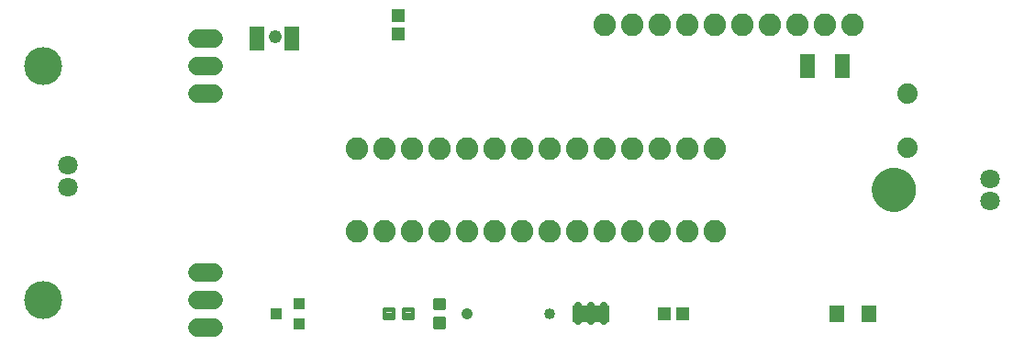
<source format=gts>
G75*
%MOIN*%
%OFA0B0*%
%FSLAX25Y25*%
%IPPOS*%
%LPD*%
%AMOC8*
5,1,8,0,0,1.08239X$1,22.5*
%
%ADD10C,0.07099*%
%ADD11C,0.06800*%
%ADD12C,0.13800*%
%ADD13C,0.08200*%
%ADD14R,0.05524X0.08674*%
%ADD15C,0.01421*%
%ADD16R,0.05524X0.06312*%
%ADD17C,0.02572*%
%ADD18R,0.13760X0.06040*%
%ADD19R,0.04343X0.03950*%
%ADD20C,0.07400*%
%ADD21C,0.04000*%
%ADD22C,0.04123*%
%ADD23R,0.04737X0.05131*%
%ADD24R,0.05131X0.04737*%
%ADD25C,0.07874*%
%ADD26C,0.04800*%
D10*
X0046000Y0067063D03*
X0046000Y0074937D03*
X0381000Y0069937D03*
X0381000Y0062063D03*
D11*
X0099000Y0036000D02*
X0093000Y0036000D01*
X0093000Y0026000D02*
X0099000Y0026000D01*
X0099000Y0016000D02*
X0093000Y0016000D01*
X0093000Y0101000D02*
X0099000Y0101000D01*
X0099000Y0111000D02*
X0093000Y0111000D01*
X0093000Y0121000D02*
X0099000Y0121000D01*
D12*
X0037000Y0026000D03*
X0037000Y0111000D03*
D13*
X0151000Y0081000D03*
X0161000Y0081000D03*
X0171000Y0081000D03*
X0181000Y0081000D03*
X0191000Y0081000D03*
X0201000Y0081000D03*
X0211000Y0081000D03*
X0221000Y0081000D03*
X0231000Y0081000D03*
X0241000Y0081000D03*
X0251000Y0081000D03*
X0261000Y0081000D03*
X0271000Y0081000D03*
X0281000Y0081000D03*
X0281000Y0051000D03*
X0271000Y0051000D03*
X0261000Y0051000D03*
X0251000Y0051000D03*
X0241000Y0051000D03*
X0231000Y0051000D03*
X0221000Y0051000D03*
X0211000Y0051000D03*
X0201000Y0051000D03*
X0191000Y0051000D03*
X0181000Y0051000D03*
X0171000Y0051000D03*
X0161000Y0051000D03*
X0151000Y0051000D03*
X0241000Y0126000D03*
X0251000Y0126000D03*
X0261000Y0126000D03*
X0271000Y0126000D03*
X0281000Y0126000D03*
X0291000Y0126000D03*
X0301000Y0126000D03*
X0311000Y0126000D03*
X0321000Y0126000D03*
X0331000Y0126000D03*
D14*
X0327299Y0111000D03*
X0314701Y0111000D03*
X0127299Y0121000D03*
X0114701Y0121000D03*
D15*
X0179342Y0022795D02*
X0182658Y0022795D01*
X0179342Y0022795D02*
X0179342Y0026111D01*
X0182658Y0026111D01*
X0182658Y0022795D01*
X0182658Y0024215D02*
X0179342Y0024215D01*
X0179342Y0025635D02*
X0182658Y0025635D01*
X0171111Y0022658D02*
X0171111Y0019342D01*
X0167795Y0019342D01*
X0167795Y0022658D01*
X0171111Y0022658D01*
X0171111Y0020762D02*
X0167795Y0020762D01*
X0167795Y0022182D02*
X0171111Y0022182D01*
X0164205Y0022658D02*
X0164205Y0019342D01*
X0160889Y0019342D01*
X0160889Y0022658D01*
X0164205Y0022658D01*
X0164205Y0020762D02*
X0160889Y0020762D01*
X0160889Y0022182D02*
X0164205Y0022182D01*
X0179342Y0015889D02*
X0182658Y0015889D01*
X0179342Y0015889D02*
X0179342Y0019205D01*
X0182658Y0019205D01*
X0182658Y0015889D01*
X0182658Y0017309D02*
X0179342Y0017309D01*
X0179342Y0018729D02*
X0182658Y0018729D01*
D16*
X0325094Y0021000D03*
X0336906Y0021000D03*
D17*
X0240724Y0018136D02*
X0240724Y0023864D01*
X0236000Y0023864D02*
X0236000Y0018136D01*
X0231276Y0018136D02*
X0231276Y0023864D01*
D18*
X0235990Y0020990D03*
D19*
X0129937Y0017260D03*
X0121669Y0021000D03*
X0129937Y0024740D03*
D20*
X0351000Y0081157D03*
X0351000Y0100843D03*
D21*
X0221000Y0021000D03*
D22*
X0191000Y0021000D03*
D23*
X0166000Y0122654D03*
X0166000Y0129346D03*
D24*
X0262654Y0021000D03*
X0269346Y0021000D03*
D25*
X0342063Y0066000D02*
X0342065Y0066125D01*
X0342071Y0066250D01*
X0342081Y0066374D01*
X0342095Y0066498D01*
X0342112Y0066622D01*
X0342134Y0066745D01*
X0342160Y0066867D01*
X0342189Y0066989D01*
X0342222Y0067109D01*
X0342260Y0067228D01*
X0342300Y0067347D01*
X0342345Y0067463D01*
X0342393Y0067578D01*
X0342445Y0067692D01*
X0342501Y0067804D01*
X0342560Y0067914D01*
X0342622Y0068022D01*
X0342688Y0068129D01*
X0342757Y0068233D01*
X0342830Y0068334D01*
X0342905Y0068434D01*
X0342984Y0068531D01*
X0343066Y0068625D01*
X0343151Y0068717D01*
X0343238Y0068806D01*
X0343329Y0068892D01*
X0343422Y0068975D01*
X0343518Y0069056D01*
X0343616Y0069133D01*
X0343716Y0069207D01*
X0343819Y0069278D01*
X0343924Y0069345D01*
X0344032Y0069410D01*
X0344141Y0069470D01*
X0344252Y0069528D01*
X0344365Y0069581D01*
X0344479Y0069631D01*
X0344595Y0069678D01*
X0344712Y0069720D01*
X0344831Y0069759D01*
X0344951Y0069795D01*
X0345072Y0069826D01*
X0345194Y0069854D01*
X0345316Y0069877D01*
X0345440Y0069897D01*
X0345564Y0069913D01*
X0345688Y0069925D01*
X0345813Y0069933D01*
X0345938Y0069937D01*
X0346062Y0069937D01*
X0346187Y0069933D01*
X0346312Y0069925D01*
X0346436Y0069913D01*
X0346560Y0069897D01*
X0346684Y0069877D01*
X0346806Y0069854D01*
X0346928Y0069826D01*
X0347049Y0069795D01*
X0347169Y0069759D01*
X0347288Y0069720D01*
X0347405Y0069678D01*
X0347521Y0069631D01*
X0347635Y0069581D01*
X0347748Y0069528D01*
X0347859Y0069470D01*
X0347969Y0069410D01*
X0348076Y0069345D01*
X0348181Y0069278D01*
X0348284Y0069207D01*
X0348384Y0069133D01*
X0348482Y0069056D01*
X0348578Y0068975D01*
X0348671Y0068892D01*
X0348762Y0068806D01*
X0348849Y0068717D01*
X0348934Y0068625D01*
X0349016Y0068531D01*
X0349095Y0068434D01*
X0349170Y0068334D01*
X0349243Y0068233D01*
X0349312Y0068129D01*
X0349378Y0068022D01*
X0349440Y0067914D01*
X0349499Y0067804D01*
X0349555Y0067692D01*
X0349607Y0067578D01*
X0349655Y0067463D01*
X0349700Y0067347D01*
X0349740Y0067228D01*
X0349778Y0067109D01*
X0349811Y0066989D01*
X0349840Y0066867D01*
X0349866Y0066745D01*
X0349888Y0066622D01*
X0349905Y0066498D01*
X0349919Y0066374D01*
X0349929Y0066250D01*
X0349935Y0066125D01*
X0349937Y0066000D01*
X0349935Y0065875D01*
X0349929Y0065750D01*
X0349919Y0065626D01*
X0349905Y0065502D01*
X0349888Y0065378D01*
X0349866Y0065255D01*
X0349840Y0065133D01*
X0349811Y0065011D01*
X0349778Y0064891D01*
X0349740Y0064772D01*
X0349700Y0064653D01*
X0349655Y0064537D01*
X0349607Y0064422D01*
X0349555Y0064308D01*
X0349499Y0064196D01*
X0349440Y0064086D01*
X0349378Y0063978D01*
X0349312Y0063871D01*
X0349243Y0063767D01*
X0349170Y0063666D01*
X0349095Y0063566D01*
X0349016Y0063469D01*
X0348934Y0063375D01*
X0348849Y0063283D01*
X0348762Y0063194D01*
X0348671Y0063108D01*
X0348578Y0063025D01*
X0348482Y0062944D01*
X0348384Y0062867D01*
X0348284Y0062793D01*
X0348181Y0062722D01*
X0348076Y0062655D01*
X0347968Y0062590D01*
X0347859Y0062530D01*
X0347748Y0062472D01*
X0347635Y0062419D01*
X0347521Y0062369D01*
X0347405Y0062322D01*
X0347288Y0062280D01*
X0347169Y0062241D01*
X0347049Y0062205D01*
X0346928Y0062174D01*
X0346806Y0062146D01*
X0346684Y0062123D01*
X0346560Y0062103D01*
X0346436Y0062087D01*
X0346312Y0062075D01*
X0346187Y0062067D01*
X0346062Y0062063D01*
X0345938Y0062063D01*
X0345813Y0062067D01*
X0345688Y0062075D01*
X0345564Y0062087D01*
X0345440Y0062103D01*
X0345316Y0062123D01*
X0345194Y0062146D01*
X0345072Y0062174D01*
X0344951Y0062205D01*
X0344831Y0062241D01*
X0344712Y0062280D01*
X0344595Y0062322D01*
X0344479Y0062369D01*
X0344365Y0062419D01*
X0344252Y0062472D01*
X0344141Y0062530D01*
X0344031Y0062590D01*
X0343924Y0062655D01*
X0343819Y0062722D01*
X0343716Y0062793D01*
X0343616Y0062867D01*
X0343518Y0062944D01*
X0343422Y0063025D01*
X0343329Y0063108D01*
X0343238Y0063194D01*
X0343151Y0063283D01*
X0343066Y0063375D01*
X0342984Y0063469D01*
X0342905Y0063566D01*
X0342830Y0063666D01*
X0342757Y0063767D01*
X0342688Y0063871D01*
X0342622Y0063978D01*
X0342560Y0064086D01*
X0342501Y0064196D01*
X0342445Y0064308D01*
X0342393Y0064422D01*
X0342345Y0064537D01*
X0342300Y0064653D01*
X0342260Y0064772D01*
X0342222Y0064891D01*
X0342189Y0065011D01*
X0342160Y0065133D01*
X0342134Y0065255D01*
X0342112Y0065378D01*
X0342095Y0065502D01*
X0342081Y0065626D01*
X0342071Y0065750D01*
X0342065Y0065875D01*
X0342063Y0066000D01*
D26*
X0121300Y0121600D03*
M02*

</source>
